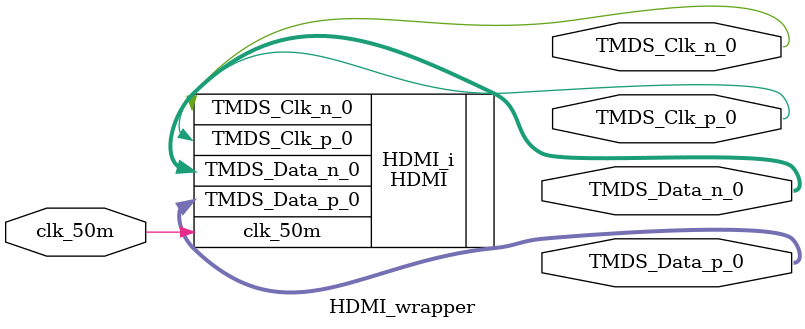
<source format=v>
`timescale 1 ps / 1 ps

module HDMI_wrapper
   (TMDS_Clk_n_0,
    TMDS_Clk_p_0,
    TMDS_Data_n_0,
    TMDS_Data_p_0,
    clk_50m);
  output TMDS_Clk_n_0;
  output TMDS_Clk_p_0;
  output [2:0]TMDS_Data_n_0;
  output [2:0]TMDS_Data_p_0;
  input clk_50m;

  wire TMDS_Clk_n_0;
  wire TMDS_Clk_p_0;
  wire [2:0]TMDS_Data_n_0;
  wire [2:0]TMDS_Data_p_0;
  wire clk_50m;

  HDMI HDMI_i
       (.TMDS_Clk_n_0(TMDS_Clk_n_0),
        .TMDS_Clk_p_0(TMDS_Clk_p_0),
        .TMDS_Data_n_0(TMDS_Data_n_0),
        .TMDS_Data_p_0(TMDS_Data_p_0),
        .clk_50m(clk_50m));
endmodule

</source>
